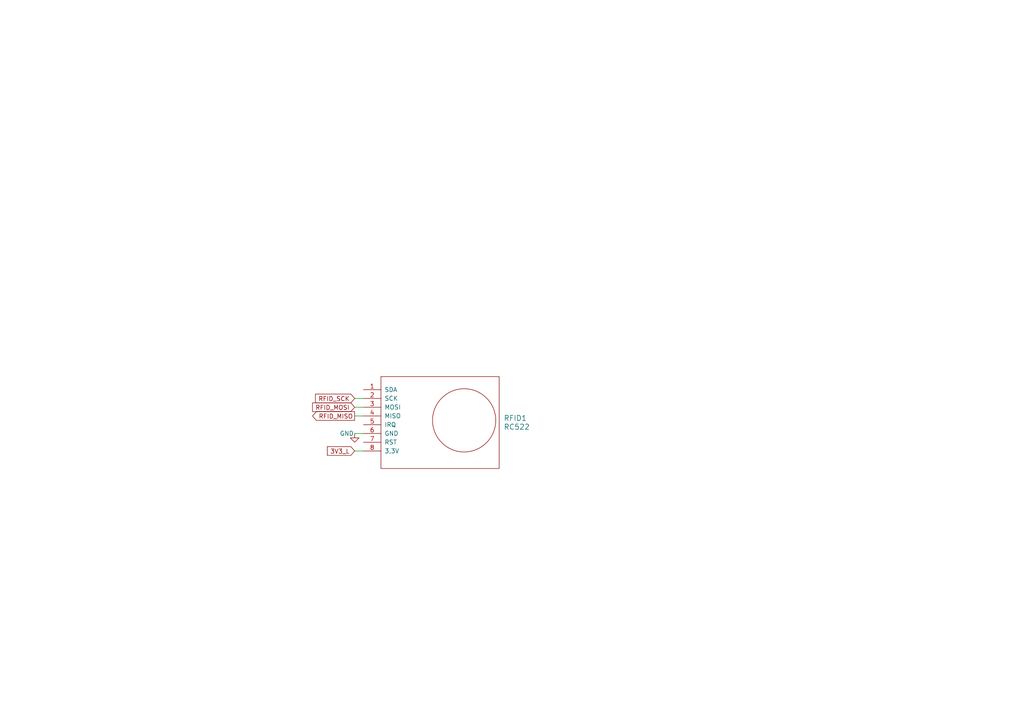
<source format=kicad_sch>
(kicad_sch (version 20231120) (generator "eeschema") (generator_version "8.0")
  (paper "A4")
  (lib_symbols
    (symbol "power:GND" (power) (pin_numbers hide) (pin_names (offset 0) hide)
      (property "Value" "GND" (at 0 -3.81 0))
      (symbol "GND_0_1"
        (polyline (pts (xy 0 0) (xy 0 -1.27) (xy 1.27 -1.27) (xy 0 -2.54) (xy -1.27 -1.27) (xy 0 -1.27)))
      )
      (symbol "GND_1_1"
        (pin power_in line (at 0 0 270) (length 0) (name "~") (number "1"))
      )
    )
    (symbol "rc522:RC522" (pin_names (offset 1.016))
      (property "Reference" "RFID" (at 0 5.08 0))
      (property "Value" "RC522" (at 0 10.16 0))
      (symbol "RC522_0_1"
        (rectangle (start -13.97 30.48) (end 12.7 -3.81))
        (circle (center 0 6.35) (radius 9.1694))
      )
      (symbol "RC522_1_1"
        (pin output line (at 8.89 35.56 270) (length 5.08) (name "SDA") (number "1"))
        (pin output line (at 6.35 35.56 270) (length 5.08) (name "SCK") (number "2"))
        (pin output line (at 3.81 35.56 270) (length 5.08) (name "MOSI") (number "3"))
        (pin output line (at 1.27 35.56 270) (length 5.08) (name "MISO") (number "4"))
        (pin output line (at -1.27 35.56 270) (length 5.08) (name "IRQ") (number "5"))
        (pin power_in line (at -3.81 35.56 270) (length 5.08) (name "GND") (number "6"))
        (pin input line (at -6.35 35.56 270) (length 5.08) (name "RST") (number "7"))
        (pin power_in line (at -8.89 35.56 270) (length 5.08) (name "3,3V") (number "8"))
      )
    )
  )
  (wire (pts (xy 102.87 120.65) (xy 105.41 120.65)))
  (wire (pts (xy 102.87 118.11) (xy 105.41 118.11)))
  (wire (pts (xy 105.41 125.73) (xy 102.87 125.73)))
  (wire (pts (xy 102.87 115.57) (xy 105.41 115.57)))
  (wire (pts (xy 102.87 130.81) (xy 105.41 130.81)))
  (global_label "RFID_MISO" (shape output) (at 102.87 120.65 180) (property "Intersheetrefs" "${INTERSHEET_REFS}" (effects (hide yes))))
  (global_label "RFID_MOSI" (shape input) (at 102.87 118.11 180) (property "Intersheetrefs" "${INTERSHEET_REFS}" (effects (hide yes))))
  (global_label "3V3_L" (shape input) (at 102.87 130.81 180) (property "Intersheetrefs" "${INTERSHEET_REFS}" (effects (hide yes))))
  (global_label "RFID_SCK" (shape input) (at 102.87 115.57 180) (property "Intersheetrefs" "${INTERSHEET_REFS}" (effects (hide yes))))
  (symbol (lib_id "power:GND") (at 102.87 125.73 0) (unit 1)
    (property "Reference" "#PWR020" (effects (hide yes)))
    (property "Value" "GND" (at 100.584 125.73 0))
    (property "Description" "Power symbol creates a global label with name \"GND\" , ground" (effects (hide yes)))
  )
  (symbol (lib_id "rc522:RC522") (at 140.97 121.92 90) (unit 1)
    (property "Reference" "RFID1" (at 146.05 121.2849 90) (effects (font (size 1.524 1.524)) (justify right)))
    (property "Value" "RC522" (at 146.05 123.8249 90) (effects (font (size 1.524 1.524)) (justify right)))
  )
)
</source>
